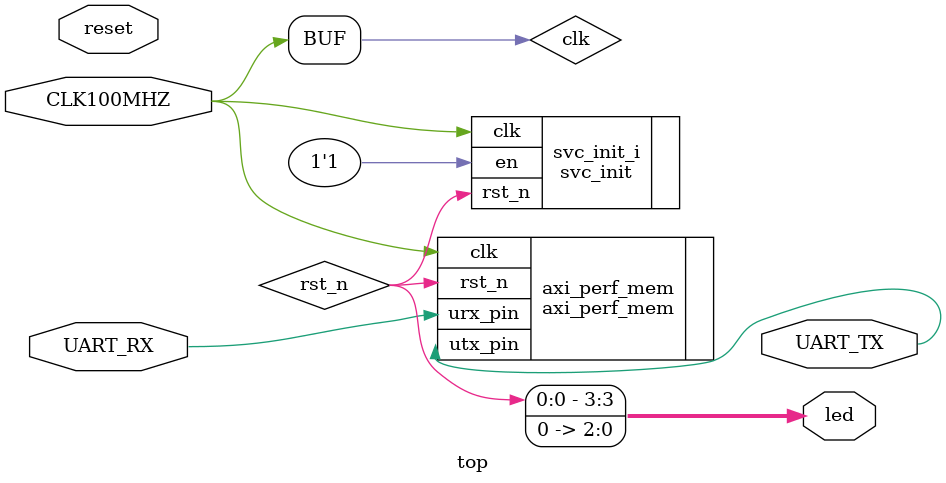
<source format=sv>
`include "svc.sv"
`include "svc_init.sv"

`include "axi_perf_mem/axi_perf_mem.sv"

module top (
    input  wire       CLK100MHZ,
    input  wire       reset,
    output wire [3:0] led,
    input  wire       UART_RX,
    output wire       UART_TX
);
  localparam CLOCK_FREQ = 100_000_000;
  localparam BAUD_RATE = 115_200;

  localparam AXI_ADDR_WIDTH = 8;
  localparam AXI_DATA_WIDTH = 128;
  localparam AXI_ID_WIDTH = 4;

  wire clk = CLK100MHZ;
  wire rst_n;

  assign led[3] = rst_n;
  assign led[2] = 1'b0;
  assign led[1] = 1'b0;
  assign led[0] = 1'b0;

  assign clk    = CLK100MHZ;

  svc_init svc_init_i (
      .clk  (clk),
      .en   (1'b1),
      .rst_n(rst_n)
  );

  axi_perf_mem #(
      .CLOCK_FREQ    (CLOCK_FREQ),
      .BAUD_RATE     (BAUD_RATE),
      .AXI_ADDR_WIDTH(AXI_ADDR_WIDTH),
      .AXI_DATA_WIDTH(AXI_DATA_WIDTH),
      .AXI_ID_WIDTH  (AXI_ID_WIDTH)
  ) axi_perf_mem (
      .clk  (clk),
      .rst_n(rst_n),

      .urx_pin(UART_RX),
      .utx_pin(UART_TX)
  );

endmodule

</source>
